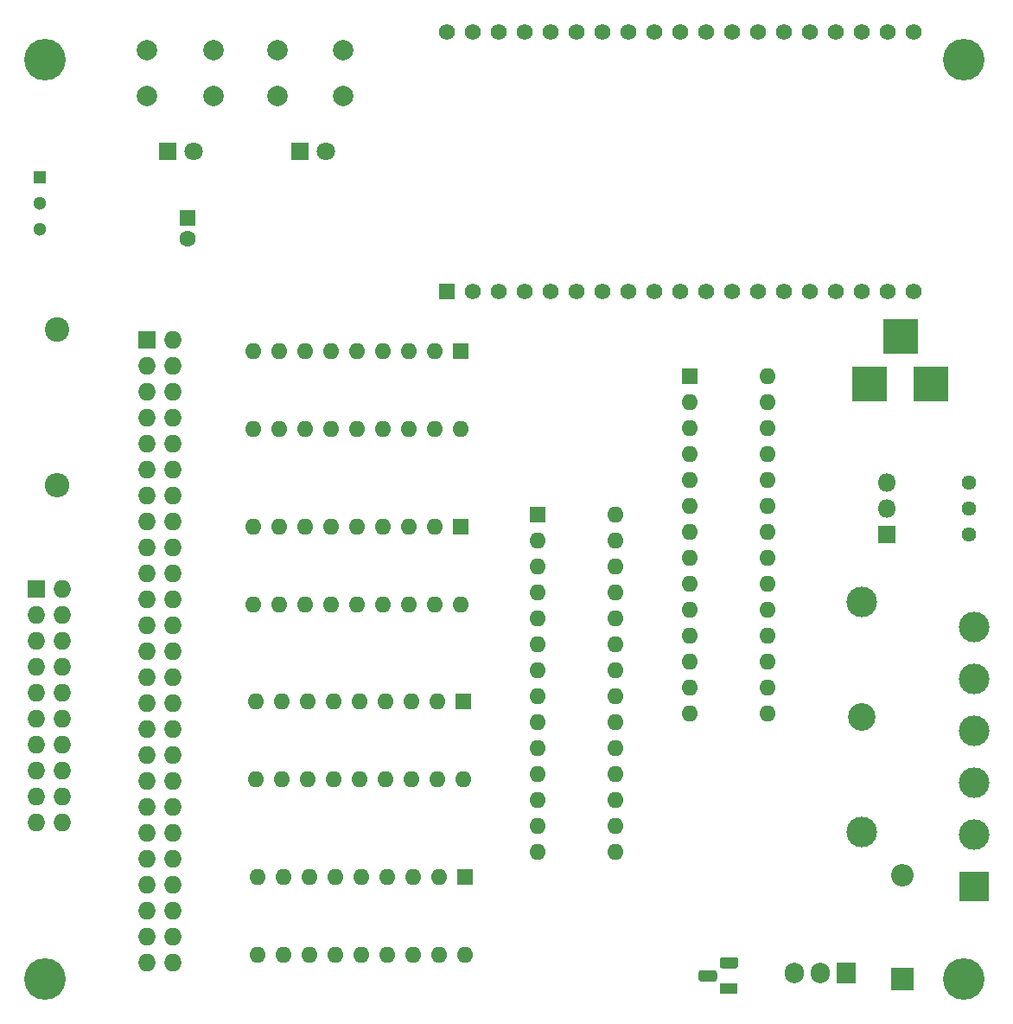
<source format=gbr>
G04 #@! TF.GenerationSoftware,KiCad,Pcbnew,(5.1.5)-3*
G04 #@! TF.CreationDate,2020-06-15T09:38:16+02:00*
G04 #@! TF.ProjectId,LAWO_ESP32,4c41574f-5f45-4535-9033-322e6b696361,rev?*
G04 #@! TF.SameCoordinates,Original*
G04 #@! TF.FileFunction,Soldermask,Bot*
G04 #@! TF.FilePolarity,Negative*
%FSLAX46Y46*%
G04 Gerber Fmt 4.6, Leading zero omitted, Abs format (unit mm)*
G04 Created by KiCad (PCBNEW (5.1.5)-3) date 2020-06-15 09:38:16*
%MOMM*%
%LPD*%
G04 APERTURE LIST*
%ADD10R,1.800000X1.100000*%
%ADD11C,0.100000*%
%ADD12C,1.800000*%
%ADD13R,1.800000X1.800000*%
%ADD14C,2.000000*%
%ADD15O,1.600000X1.600000*%
%ADD16R,1.600000X1.600000*%
%ADD17C,1.600000*%
%ADD18O,2.200000X2.200000*%
%ADD19R,2.200000X2.200000*%
%ADD20C,1.300000*%
%ADD21R,1.300000X1.300000*%
%ADD22O,1.905000X2.000000*%
%ADD23R,1.905000X2.000000*%
%ADD24O,1.800000X1.800000*%
%ADD25C,1.440000*%
%ADD26C,1.560000*%
%ADD27R,1.560000X1.560000*%
%ADD28C,3.000000*%
%ADD29R,3.000000X3.000000*%
%ADD30O,2.400000X2.400000*%
%ADD31C,2.400000*%
%ADD32O,1.727200X1.727200*%
%ADD33R,1.727200X1.727200*%
%ADD34C,4.064000*%
%ADD35R,3.500000X3.500000*%
%ADD36C,2.700000*%
G04 APERTURE END LIST*
D10*
X85006000Y-108966000D03*
D11*
G36*
X85657955Y-105877324D02*
G01*
X85684650Y-105881284D01*
X85710828Y-105887841D01*
X85736238Y-105896933D01*
X85760634Y-105908472D01*
X85783782Y-105922346D01*
X85805458Y-105938422D01*
X85825454Y-105956546D01*
X85843578Y-105976542D01*
X85859654Y-105998218D01*
X85873528Y-106021366D01*
X85885067Y-106045762D01*
X85894159Y-106071172D01*
X85900716Y-106097350D01*
X85904676Y-106124045D01*
X85906000Y-106151000D01*
X85906000Y-106701000D01*
X85904676Y-106727955D01*
X85900716Y-106754650D01*
X85894159Y-106780828D01*
X85885067Y-106806238D01*
X85873528Y-106830634D01*
X85859654Y-106853782D01*
X85843578Y-106875458D01*
X85825454Y-106895454D01*
X85805458Y-106913578D01*
X85783782Y-106929654D01*
X85760634Y-106943528D01*
X85736238Y-106955067D01*
X85710828Y-106964159D01*
X85684650Y-106970716D01*
X85657955Y-106974676D01*
X85631000Y-106976000D01*
X84381000Y-106976000D01*
X84354045Y-106974676D01*
X84327350Y-106970716D01*
X84301172Y-106964159D01*
X84275762Y-106955067D01*
X84251366Y-106943528D01*
X84228218Y-106929654D01*
X84206542Y-106913578D01*
X84186546Y-106895454D01*
X84168422Y-106875458D01*
X84152346Y-106853782D01*
X84138472Y-106830634D01*
X84126933Y-106806238D01*
X84117841Y-106780828D01*
X84111284Y-106754650D01*
X84107324Y-106727955D01*
X84106000Y-106701000D01*
X84106000Y-106151000D01*
X84107324Y-106124045D01*
X84111284Y-106097350D01*
X84117841Y-106071172D01*
X84126933Y-106045762D01*
X84138472Y-106021366D01*
X84152346Y-105998218D01*
X84168422Y-105976542D01*
X84186546Y-105956546D01*
X84206542Y-105938422D01*
X84228218Y-105922346D01*
X84251366Y-105908472D01*
X84275762Y-105896933D01*
X84301172Y-105887841D01*
X84327350Y-105881284D01*
X84354045Y-105877324D01*
X84381000Y-105876000D01*
X85631000Y-105876000D01*
X85657955Y-105877324D01*
G37*
G36*
X83587955Y-107147324D02*
G01*
X83614650Y-107151284D01*
X83640828Y-107157841D01*
X83666238Y-107166933D01*
X83690634Y-107178472D01*
X83713782Y-107192346D01*
X83735458Y-107208422D01*
X83755454Y-107226546D01*
X83773578Y-107246542D01*
X83789654Y-107268218D01*
X83803528Y-107291366D01*
X83815067Y-107315762D01*
X83824159Y-107341172D01*
X83830716Y-107367350D01*
X83834676Y-107394045D01*
X83836000Y-107421000D01*
X83836000Y-107971000D01*
X83834676Y-107997955D01*
X83830716Y-108024650D01*
X83824159Y-108050828D01*
X83815067Y-108076238D01*
X83803528Y-108100634D01*
X83789654Y-108123782D01*
X83773578Y-108145458D01*
X83755454Y-108165454D01*
X83735458Y-108183578D01*
X83713782Y-108199654D01*
X83690634Y-108213528D01*
X83666238Y-108225067D01*
X83640828Y-108234159D01*
X83614650Y-108240716D01*
X83587955Y-108244676D01*
X83561000Y-108246000D01*
X82311000Y-108246000D01*
X82284045Y-108244676D01*
X82257350Y-108240716D01*
X82231172Y-108234159D01*
X82205762Y-108225067D01*
X82181366Y-108213528D01*
X82158218Y-108199654D01*
X82136542Y-108183578D01*
X82116546Y-108165454D01*
X82098422Y-108145458D01*
X82082346Y-108123782D01*
X82068472Y-108100634D01*
X82056933Y-108076238D01*
X82047841Y-108050828D01*
X82041284Y-108024650D01*
X82037324Y-107997955D01*
X82036000Y-107971000D01*
X82036000Y-107421000D01*
X82037324Y-107394045D01*
X82041284Y-107367350D01*
X82047841Y-107341172D01*
X82056933Y-107315762D01*
X82068472Y-107291366D01*
X82082346Y-107268218D01*
X82098422Y-107246542D01*
X82116546Y-107226546D01*
X82136542Y-107208422D01*
X82158218Y-107192346D01*
X82181366Y-107178472D01*
X82205762Y-107166933D01*
X82231172Y-107157841D01*
X82257350Y-107151284D01*
X82284045Y-107147324D01*
X82311000Y-107146000D01*
X83561000Y-107146000D01*
X83587955Y-107147324D01*
G37*
D12*
X45540000Y-27000000D03*
D13*
X43000000Y-27000000D03*
D12*
X32540000Y-27000000D03*
D13*
X30000000Y-27000000D03*
D14*
X47244000Y-17090000D03*
X47244000Y-21590000D03*
X40744000Y-17090000D03*
X40744000Y-21590000D03*
X34500000Y-17090000D03*
X34500000Y-21590000D03*
X28000000Y-17090000D03*
X28000000Y-21590000D03*
D15*
X88788000Y-48988000D03*
X81168000Y-82008000D03*
X88788000Y-51528000D03*
X81168000Y-79468000D03*
X88788000Y-54068000D03*
X81168000Y-76928000D03*
X88788000Y-56608000D03*
X81168000Y-74388000D03*
X88788000Y-59148000D03*
X81168000Y-71848000D03*
X88788000Y-61688000D03*
X81168000Y-69308000D03*
X88788000Y-64228000D03*
X81168000Y-66768000D03*
X88788000Y-66768000D03*
X81168000Y-64228000D03*
X88788000Y-69308000D03*
X81168000Y-61688000D03*
X88788000Y-71848000D03*
X81168000Y-59148000D03*
X88788000Y-74388000D03*
X81168000Y-56608000D03*
X88788000Y-76928000D03*
X81168000Y-54068000D03*
X88788000Y-79468000D03*
X81168000Y-51528000D03*
X88788000Y-82008000D03*
D16*
X81168000Y-48988000D03*
D15*
X73888000Y-62588000D03*
X66268000Y-95608000D03*
X73888000Y-65128000D03*
X66268000Y-93068000D03*
X73888000Y-67668000D03*
X66268000Y-90528000D03*
X73888000Y-70208000D03*
X66268000Y-87988000D03*
X73888000Y-72748000D03*
X66268000Y-85448000D03*
X73888000Y-75288000D03*
X66268000Y-82908000D03*
X73888000Y-77828000D03*
X66268000Y-80368000D03*
X73888000Y-80368000D03*
X66268000Y-77828000D03*
X73888000Y-82908000D03*
X66268000Y-75288000D03*
X73888000Y-85448000D03*
X66268000Y-72748000D03*
X73888000Y-87988000D03*
X66268000Y-70208000D03*
X73888000Y-90528000D03*
X66268000Y-67668000D03*
X73888000Y-93068000D03*
X66268000Y-65128000D03*
X73888000Y-95608000D03*
D16*
X66268000Y-62588000D03*
X32004000Y-33528000D03*
D17*
X32004000Y-35528000D03*
D18*
X102000000Y-97840000D03*
D19*
X102000000Y-108000000D03*
D20*
X17500000Y-32040000D03*
D21*
X17500000Y-29500000D03*
D20*
X17500000Y-34580000D03*
D22*
X91420000Y-107400000D03*
X93960000Y-107400000D03*
D23*
X96500000Y-107400000D03*
D15*
X58968000Y-88474700D03*
X38648000Y-80854700D03*
X56428000Y-88474700D03*
X41188000Y-80854700D03*
X53888000Y-88474700D03*
X43728000Y-80854700D03*
X51348000Y-88474700D03*
X46268000Y-80854700D03*
X48808000Y-88474700D03*
X48808000Y-80854700D03*
X46268000Y-88474700D03*
X51348000Y-80854700D03*
X43728000Y-88474700D03*
X53888000Y-80854700D03*
X41188000Y-88474700D03*
X56428000Y-80854700D03*
X38648000Y-88474700D03*
D16*
X58968000Y-80854700D03*
D15*
X58768000Y-54208000D03*
X38448000Y-46588000D03*
X56228000Y-54208000D03*
X40988000Y-46588000D03*
X53688000Y-54208000D03*
X43528000Y-46588000D03*
X51148000Y-54208000D03*
X46068000Y-46588000D03*
X48608000Y-54208000D03*
X48608000Y-46588000D03*
X46068000Y-54208000D03*
X51148000Y-46588000D03*
X43528000Y-54208000D03*
X53688000Y-46588000D03*
X40988000Y-54208000D03*
X56228000Y-46588000D03*
X38448000Y-54208000D03*
D16*
X58768000Y-46588000D03*
D15*
X59168000Y-105608000D03*
X38848000Y-97988000D03*
X56628000Y-105608000D03*
X41388000Y-97988000D03*
X54088000Y-105608000D03*
X43928000Y-97988000D03*
X51548000Y-105608000D03*
X46468000Y-97988000D03*
X49008000Y-105608000D03*
X49008000Y-97988000D03*
X46468000Y-105608000D03*
X51548000Y-97988000D03*
X43928000Y-105608000D03*
X54088000Y-97988000D03*
X41388000Y-105608000D03*
X56628000Y-97988000D03*
X38848000Y-105608000D03*
D16*
X59168000Y-97988000D03*
D15*
X58768000Y-71341300D03*
X38448000Y-63721300D03*
X56228000Y-71341300D03*
X40988000Y-63721300D03*
X53688000Y-71341300D03*
X43528000Y-63721300D03*
X51148000Y-71341300D03*
X46068000Y-63721300D03*
X48608000Y-71341300D03*
X48608000Y-63721300D03*
X46068000Y-71341300D03*
X51148000Y-63721300D03*
X43528000Y-71341300D03*
X53688000Y-63721300D03*
X40988000Y-71341300D03*
X56228000Y-63721300D03*
X38448000Y-71341300D03*
D16*
X58768000Y-63721300D03*
D13*
X100500000Y-64500000D03*
D24*
X100500000Y-61960000D03*
X100500000Y-59420000D03*
D25*
X108500000Y-64500000D03*
X108500000Y-61960000D03*
X108500000Y-59420000D03*
D26*
X103060000Y-15300000D03*
X100520000Y-15300000D03*
X97980000Y-15300000D03*
X95440000Y-15300000D03*
X92900000Y-15300000D03*
X90360000Y-15300000D03*
X87820000Y-15300000D03*
X85280000Y-15300000D03*
X82740000Y-15300000D03*
X80200000Y-15300000D03*
X77660000Y-15300000D03*
X75120000Y-15300000D03*
X72580000Y-15300000D03*
X70040000Y-15300000D03*
X67500000Y-15300000D03*
X64960000Y-15300000D03*
X62420000Y-15300000D03*
X59880000Y-15300000D03*
X57340000Y-15300000D03*
X100520000Y-40700000D03*
X97980000Y-40700000D03*
X95440000Y-40700000D03*
X92900000Y-40700000D03*
X90360000Y-40700000D03*
X87820000Y-40700000D03*
X85280000Y-40700000D03*
X82740000Y-40700000D03*
X80200000Y-40700000D03*
X77660000Y-40700000D03*
X75120000Y-40700000D03*
X72580000Y-40700000D03*
X70040000Y-40700000D03*
X67500000Y-40700000D03*
X64960000Y-40700000D03*
X62420000Y-40700000D03*
X103060000Y-40700000D03*
X59880000Y-40700000D03*
D27*
X57340000Y-40700000D03*
D28*
X109000000Y-93920000D03*
X109000000Y-88840000D03*
D29*
X109000000Y-99000000D03*
D28*
X109000000Y-83760000D03*
X109000000Y-78680000D03*
X109000000Y-73600000D03*
D30*
X19200000Y-59640000D03*
D31*
X19200000Y-44400000D03*
D32*
X19740000Y-92660000D03*
X17200000Y-92660000D03*
X19740000Y-90120000D03*
X17200000Y-90120000D03*
X19740000Y-87580000D03*
X17200000Y-87580000D03*
X19740000Y-85040000D03*
X17200000Y-85040000D03*
X19740000Y-82500000D03*
X17200000Y-82500000D03*
X19740000Y-79960000D03*
X17200000Y-79960000D03*
X19740000Y-77420000D03*
X17200000Y-77420000D03*
X19740000Y-74880000D03*
X17200000Y-74880000D03*
X19740000Y-72340000D03*
X17200000Y-72340000D03*
X19740000Y-69800000D03*
D33*
X17200000Y-69800000D03*
D32*
X30540000Y-106426000D03*
X28000000Y-106426000D03*
X30540000Y-103886000D03*
X28000000Y-103886000D03*
X30540000Y-101346000D03*
X28000000Y-101346000D03*
X30540000Y-98806000D03*
X28000000Y-98806000D03*
X30540000Y-96266000D03*
X28000000Y-96266000D03*
X30540000Y-93726000D03*
X28000000Y-93726000D03*
X30540000Y-91186000D03*
X28000000Y-91186000D03*
X30540000Y-88646000D03*
X28000000Y-88646000D03*
X30540000Y-86106000D03*
X28000000Y-86106000D03*
X30540000Y-83566000D03*
X28000000Y-83566000D03*
X30540000Y-81026000D03*
X28000000Y-81026000D03*
X30540000Y-78486000D03*
X28000000Y-78486000D03*
X30540000Y-75946000D03*
X28000000Y-75946000D03*
X30540000Y-73406000D03*
X28000000Y-73406000D03*
X30540000Y-70866000D03*
X28000000Y-70866000D03*
X30540000Y-68326000D03*
X28000000Y-68326000D03*
X30540000Y-65786000D03*
X28000000Y-65786000D03*
X30540000Y-63246000D03*
X28000000Y-63246000D03*
X30540000Y-60706000D03*
X28000000Y-60706000D03*
X30540000Y-58166000D03*
X28000000Y-58166000D03*
X30540000Y-55626000D03*
X28000000Y-55626000D03*
X30540000Y-53086000D03*
X28000000Y-53086000D03*
X30540000Y-50546000D03*
X28000000Y-50546000D03*
X30540000Y-48006000D03*
X28000000Y-48006000D03*
X30540000Y-45466000D03*
D33*
X28000000Y-45466000D03*
D34*
X108000000Y-18000000D03*
X108000000Y-108000000D03*
X18000000Y-108000000D03*
X18000000Y-18000000D03*
D35*
X98806000Y-49784000D03*
X104806000Y-49784000D03*
X101806000Y-45084000D03*
D28*
X98000000Y-71120000D03*
X98000000Y-93620000D03*
D36*
X98000000Y-82370000D03*
M02*

</source>
